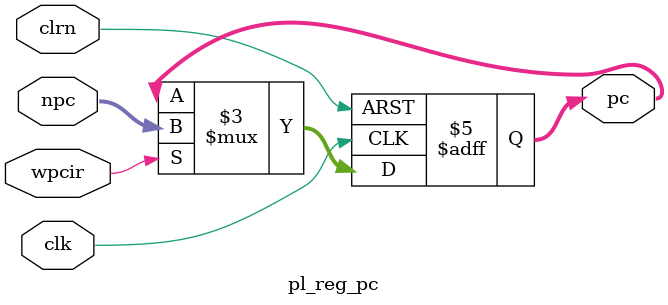
<source format=v>
module pl_reg_pc(npc, clk, clrn, pc, wpcir);
    input  [31:0] npc;
    input  clk, clrn;
    input  wpcir;
    output reg [31:0] pc;

    always @(posedge clk or negedge clrn)
    begin
        if (!clrn)
        begin
            pc <= 32'b0;
        end
        else
        begin
            if(wpcir)
                begin
                pc <=npc;
                end
        end
    end

endmodule
</source>
